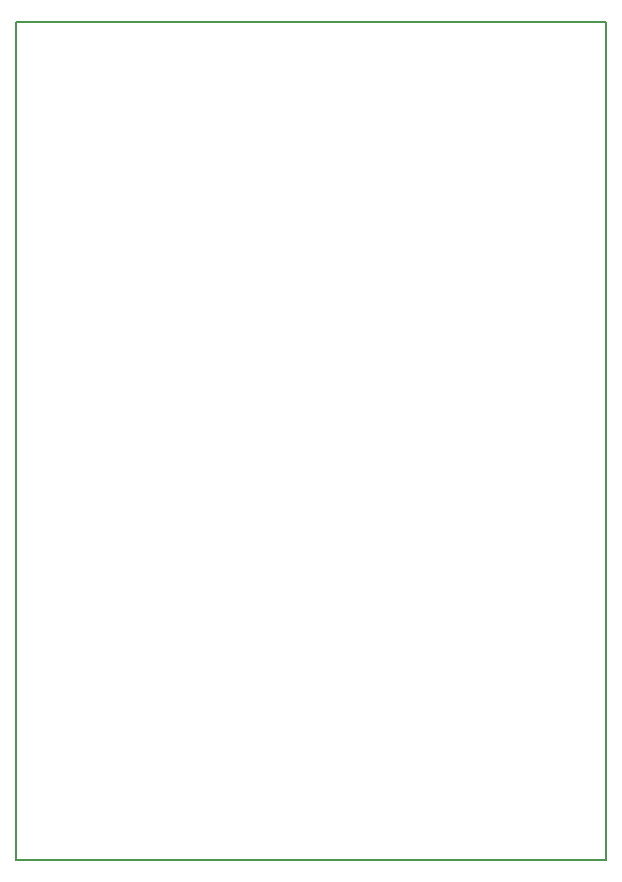
<source format=gm1>
G04 #@! TF.GenerationSoftware,KiCad,Pcbnew,(6.0.1)*
G04 #@! TF.CreationDate,2022-09-17T15:50:43-04:00*
G04 #@! TF.ProjectId,LB-MEM-02,4c422d4d-454d-42d3-9032-2e6b69636164,1*
G04 #@! TF.SameCoordinates,Original*
G04 #@! TF.FileFunction,Profile,NP*
%FSLAX46Y46*%
G04 Gerber Fmt 4.6, Leading zero omitted, Abs format (unit mm)*
G04 Created by KiCad (PCBNEW (6.0.1)) date 2022-09-17 15:50:43*
%MOMM*%
%LPD*%
G01*
G04 APERTURE LIST*
G04 #@! TA.AperFunction,Profile*
%ADD10C,0.150000*%
G04 #@! TD*
G04 APERTURE END LIST*
D10*
X132000000Y-47000000D02*
X182000000Y-47000000D01*
X182000000Y-47000000D02*
X182000000Y-118000000D01*
X182000000Y-118000000D02*
X132000000Y-118000000D01*
X132000000Y-118000000D02*
X132000000Y-47000000D01*
M02*

</source>
